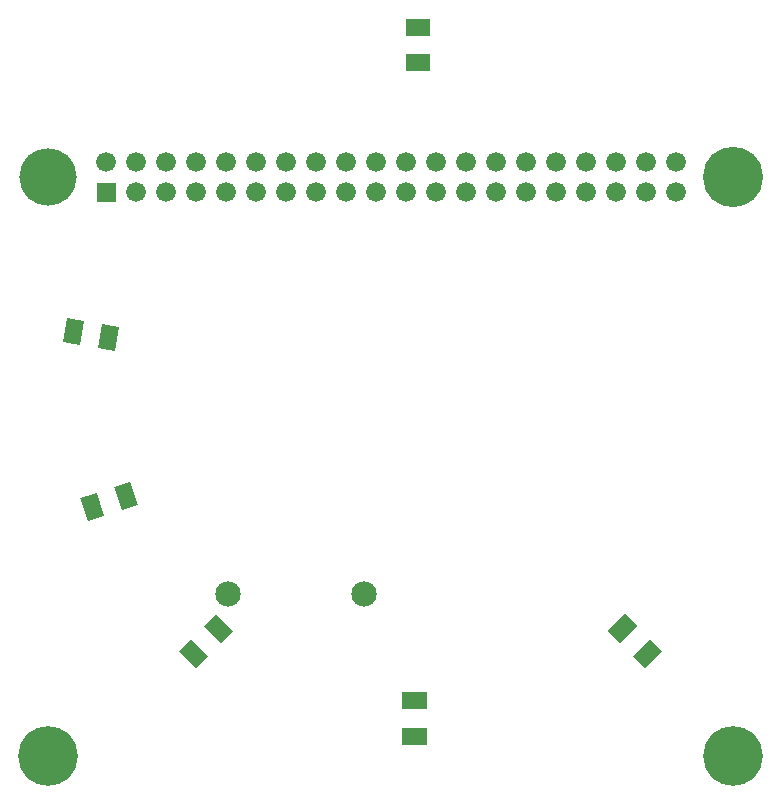
<source format=gbr>
G04 start of page 7 for group -4062 idx -4062 *
G04 Title: (unknown), soldermask *
G04 Creator: pcb 4.2.0 *
G04 CreationDate: Fri Jan  3 20:58:43 2020 UTC *
G04 For: blinken *
G04 Format: Gerber/RS-274X *
G04 PCB-Dimensions (mil): 3149.61 3149.61 *
G04 PCB-Coordinate-Origin: lower left *
%MOIN*%
%FSLAX25Y25*%
%LNBOTTOMMASK*%
%ADD56C,0.1908*%
%ADD55C,0.2008*%
%ADD54C,0.1988*%
%ADD53C,0.0001*%
%ADD52C,0.0847*%
%ADD51C,0.0660*%
G54D51*X102795Y221299D03*
X112795D03*
X122795D03*
X102795Y231299D03*
X112795D03*
X122795D03*
X132795D03*
X142795D03*
X152795D03*
X132795Y221299D03*
X142795D03*
X152795D03*
X162795D03*
G54D52*X138677Y87487D03*
X93401D03*
G54D51*X72795Y221299D03*
Y231299D03*
X82795Y221299D03*
Y231299D03*
G54D53*G36*
X49495Y224599D02*Y217999D01*
X56095D01*
Y224599D01*
X49495D01*
G37*
G54D51*X52795Y231299D03*
X62795Y221299D03*
Y231299D03*
X92795Y221299D03*
Y231299D03*
X162795D03*
X172795Y221299D03*
X182795D03*
X192795D03*
X172795Y231299D03*
X182795D03*
X192795D03*
X202795D03*
X212795D03*
X222795D03*
X202795Y221299D03*
X212795D03*
X222795D03*
X232795D03*
Y231299D03*
X242795D03*
Y221299D03*
G54D54*X261811Y33465D03*
G54D55*Y226378D03*
G54D56*X33465D03*
G54D54*Y33465D03*
G54D53*G36*
X238130Y68577D02*X234087Y72621D01*
X228374Y66907D01*
X232417Y62864D01*
X238130Y68577D01*
G37*
G36*
X229779Y76929D02*X225736Y80972D01*
X220023Y75258D01*
X224066Y71215D01*
X229779Y76929D01*
G37*
G36*
X80919Y72529D02*X76875Y68485D01*
X82589Y62772D01*
X86632Y66815D01*
X80919Y72529D01*
G37*
G36*
X89270Y80880D02*X85226Y76837D01*
X90940Y71123D01*
X94983Y75167D01*
X89270Y80880D01*
G37*
G36*
X151413Y42945D02*Y37227D01*
X159493D01*
Y42945D01*
X151413D01*
G37*
G36*
Y54755D02*Y49037D01*
X159493D01*
Y54755D01*
X151413D01*
G37*
G36*
X45285Y178478D02*X39653Y179470D01*
X38250Y171513D01*
X43881Y170520D01*
X45285Y178478D01*
G37*
G36*
X56915Y176427D02*X51284Y177420D01*
X49881Y169462D01*
X55512Y168470D01*
X56915Y176427D01*
G37*
G36*
X49543Y121181D02*X44105Y119414D01*
X46602Y111730D01*
X52040Y113496D01*
X49543Y121181D01*
G37*
G36*
X60775Y124831D02*X55337Y123064D01*
X57834Y115379D01*
X63272Y117146D01*
X60775Y124831D01*
G37*
G36*
X152562Y279164D02*Y273446D01*
X160642D01*
Y279164D01*
X152562D01*
G37*
G36*
Y267354D02*Y261636D01*
X160642D01*
Y267354D01*
X152562D01*
G37*
M02*

</source>
